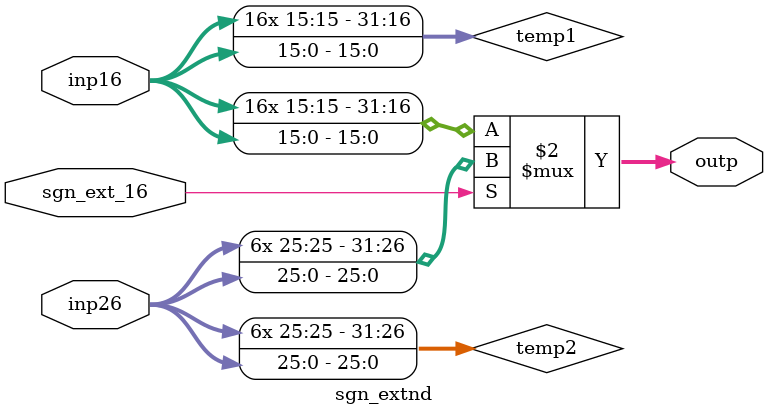
<source format=v>
module sgn_extnd(inp16, inp26, sgn_ext_16, outp) ;


input [25:0] inp26 ;
input [15:0] inp16 ;

input sgn_ext_16 ;
output reg [31:0] outp ;

reg [31:0] temp1, temp2 ;

always @(inp16, inp26 , sgn_ext_16) begin

temp1 = {{16{inp16[15]}}, inp16} ;
temp2 = {{6{inp26[25]}}, inp26} ;


outp = sgn_ext_16 ? temp2 : temp1 ; // temp1 16 bit sign extended 



end



endmodule
</source>
